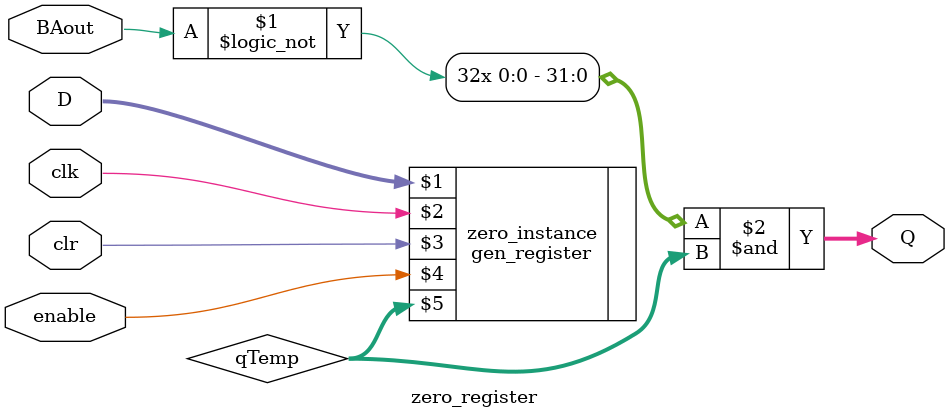
<source format=v>

`timescale 1ns/10ps

module zero_register (
	input wire [31:0] D,
	input wire clk,
	input	wire clr,
	input wire enable,
	input wire BAout,
	output wire [31:0] Q
	);
	
	wire [31:0] qTemp;
	gen_register zero_instance (D, clk, clr, enable, qTemp);
	assign Q = {32{!BAout}} & qTemp;
endmodule
</source>
